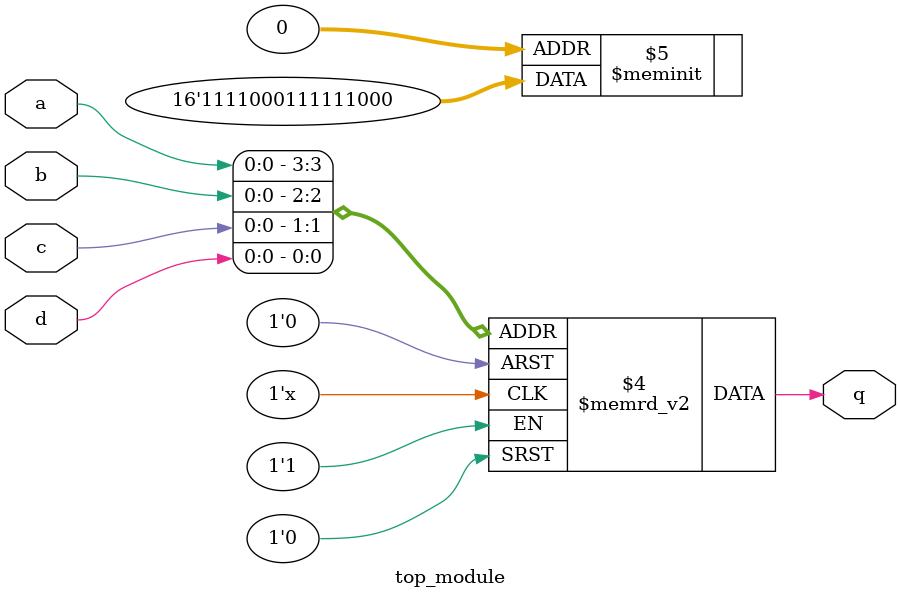
<source format=sv>
module top_module (
    input a, 
    input b, 
    input c, 
    input d,
    output reg q
);

    always @(*) begin
        case({a, b, c, d})
            4'b0000: q = 1'b0;
            4'b0001: q = 1'b0;
            4'b0010: q = 1'b0; // Update
            4'b0011: q = 1'b1;
            4'b0100: q = 1'b1;
            4'b0101: q = 1'b1;
            4'b0110: q = 1'b1;
            4'b0111: q = 1'b1;
            4'b1000: q = 1'b1;
            4'b1001: q = 1'b0;
            4'b1010: q = 1'b0;
            4'b1011: q = 1'b0; // Update
            4'b1100: q = 1'b1;
            4'b1101: q = 1'b1;
            4'b1110: q = 1'b1;
            4'b1111: q = 1'b1;
            default: q = 1'b0;
        endcase
    end
    
endmodule

</source>
